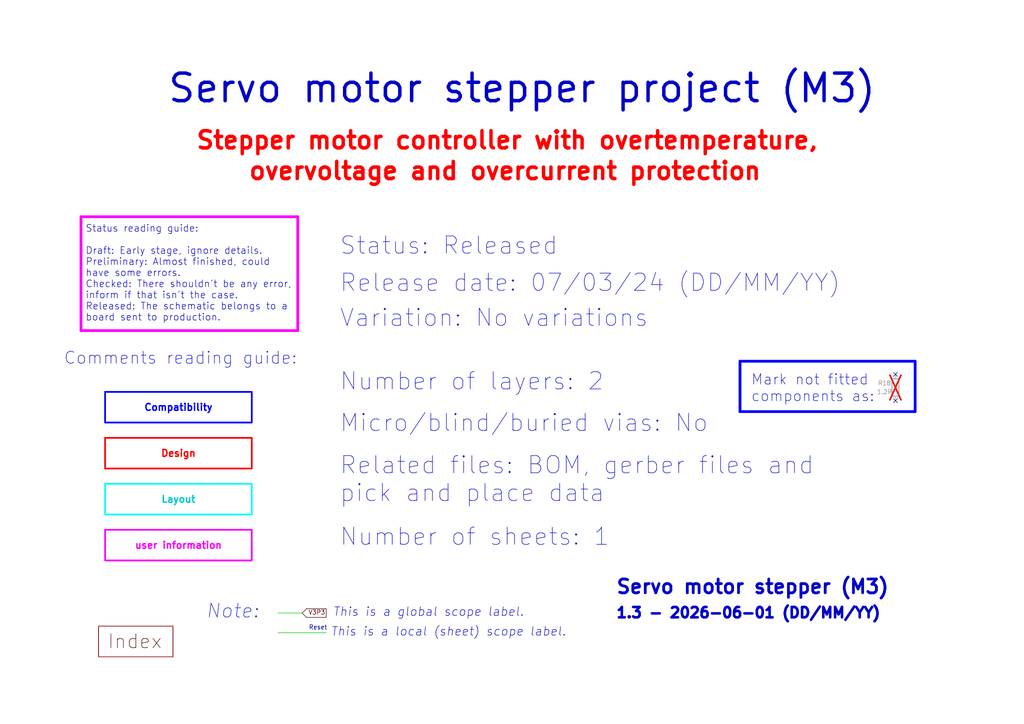
<source format=kicad_sch>
(kicad_sch (version 20231120) (generator "eeschema") (generator_version "8.0")
  (paper "A4")
  (title_block (title "Servo motor stepper - M3  project") (date "2025-06-07") (rev "1.3"))
  (lib_symbols
    (symbol "Device:R" (pin_numbers hide) (pin_names (offset 0))
      (property "Reference" "R" (at 2.032 0 90))
      (property "Value" "R" (at 0 0 90))
      (symbol "R_0_1"
        (rectangle (start -1.016 -2.54) (end 1.016 2.54) (stroke (width 0.254)))
      )
      (symbol "R_1_1"
        (pin passive line (at 0 3.81 270) (length 1.27) (name "~") (number "1"))
        (pin passive line (at 0 -3.81 90) (length 1.27) (name "~") (number "2"))
      )
    )
  )
  (no_connect (at 259.715 108.585))
  (no_connect (at 259.715 116.205))
  (polyline (pts (xy 88.9 176.53) (xy 94.615 176.53)) (stroke (width 0) (color 72 0 0 1)))
  (polyline (pts (xy 214.63 104.775) (xy 265.43 104.775)) (stroke (width 0.8) (type solid) (color 0 0 255 1)))
  (polyline (pts (xy 23.495 95.885) (xy 23.495 62.865)) (stroke (width 0.8) (color 255 0 255 1)))
  (polyline (pts (xy 80.645 177.8) (xy 87.63 177.8)) (stroke (width 0) (color 0 194 0 1)))
  (polyline (pts (xy 87.63 177.8) (xy 88.9 179.07)) (stroke (width 0) (color 72 0 0 1)))
  (polyline (pts (xy 86.36 95.885) (xy 23.495 95.885)) (stroke (width 0.8) (color 255 0 255 1)))
  (polyline (pts (xy 265.43 119.38) (xy 214.63 119.38)) (stroke (width 0.8) (type solid) (color 0 0 255 1)))
  (polyline (pts (xy 265.43 104.775) (xy 265.43 119.38)) (stroke (width 0.8) (type solid) (color 0 0 255 1)))
  (polyline (pts (xy 88.9 179.07) (xy 94.615 179.07)) (stroke (width 0) (color 72 0 0 1)))
  (polyline (pts (xy 23.495 62.865) (xy 86.36 62.865)) (stroke (width 0.8) (color 255 0 255 1)))
  (polyline (pts (xy 80.645 183.515) (xy 94.615 183.515)) (stroke (width 0) (color 0 194 0 1)))
  (polyline (pts (xy 86.36 62.865) (xy 86.36 95.885)) (stroke (width 0.8) (color 255 0 255 1)))
  (polyline (pts (xy 94.615 176.53) (xy 94.615 179.07)) (stroke (width 0) (color 72 0 0 1)))
  (polyline (pts (xy 214.63 119.38) (xy 214.63 104.775)) (stroke (width 0.8) (type solid) (color 0 0 255 1)))
  (polyline (pts (xy 87.63 177.8) (xy 88.9 176.53)) (stroke (width 0) (color 72 0 0 1)))
  (text_box "Design" (at 30.48 127 0) (size 42.545 8.89) (stroke (width 0.5) (color 255 0 0 1)) (effects (font (size 2 2) (thickness 0.4) (bold yes))))
  (text_box "user information" (at 30.48 153.67 0) (size 42.545 8.89) (stroke (width 0.5) (color 255 0 255 1)) (effects (font (size 2 2) (thickness 0.4) (bold yes))))
  (text_box "Compatibility" (at 30.48 113.665 0) (size 42.545 8.89) (stroke (width 0.5) (color 0 0 255 1)) (effects (font (size 2 2) (thickness 0.4) (bold yes))))
  (text_box "Layout" (at 30.48 140.335 0) (size 42.545 8.89) (stroke (width 0.5) (color 0 255 255 1)) (effects (font (size 2 2) (thickness 0.4) (bold yes))))
  (text "Variation: No variations" (at 98.425 95.25 0) (effects (font (size 5 5)) (justify left bottom)))
  (text "${REVISION} - ${CURRENT_DATE} (DD/MM/YY)" (at 178.435 179.705 0) (effects (font (size 3 3) (thickness 0.8) (bold yes)) (justify left bottom)))
  (text "Status reading guide:\n\nDraft: Early stage, ignore details.\nPreliminary: Almost finished, could\nhave some errors.\nChecked: There shouldn't be any error,\ninform if that isn't the case.\nReleased: The schematic belongs to a \nboard sent to production." (at 24.765 93.345 0) (effects (font (size 2 2)) (justify left bottom)))
  (text "Servo motor stepper project (M3)" (at 48.26 30.48 0) (effects (font (size 8 8) (thickness 1) (bold yes)) (justify left bottom)))
  (text "This is a global scope label." (at 96.52 179.07 0) (effects (font (size 2.5 2.5) (italic yes)) (justify left bottom)))
  (text "Micro/blind/buried vias: No" (at 98.425 125.73 0) (effects (font (size 5 5)) (justify left bottom)))
  (text "Status: Released" (at 98.425 74.295 0) (effects (font (size 5 5)) (justify left bottom)))
  (text "Comments reading guide:" (at 18.415 106.045 0) (effects (font (size 3.5 3.5)) (justify left bottom)))
  (text "overvoltage and overcurrent protection" (at 71.755 52.705 0) (effects (font (size 5 5) (thickness 1) (bold yes)) (justify left bottom)))
  (text "Reset" (at 89.535 182.88 0) (effects (font (size 1.27 1.27)) (justify left bottom)))
  (text "Note:" (at 59.69 179.705 0) (effects (font (size 4 4) (italic yes)) (justify left bottom)))
  (text "Stepper motor controller with overtemperature," (at 56.515 43.815 0) (effects (font (size 5 5) (thickness 1) (bold yes)) (justify left bottom)))
  (text "Related files: BOM, gerber files and\npick and place data" (at 98.425 146.05 0) (effects (font (size 5 5)) (justify left bottom)))
  (text "Number of sheets: 1" (at 98.425 158.75 0) (effects (font (size 5 5)) (justify left bottom)))
  (text "This is a local (sheet) scope label." (at 95.885 184.785 0) (effects (font (size 2.5 2.5) (italic yes)) (justify left bottom)))
  (text "Index" (at 31.115 188.595 0) (effects (font (size 4 4)) (justify left bottom)))
  (text "Mark not fitted\ncomponents as:" (at 217.805 116.84 0) (effects (font (size 3 3)) (justify left bottom)))
  (text "Number of layers: 2" (at 98.425 113.665 0) (effects (font (size 5 5)) (justify left bottom)))
  (text "Release date: 07/03/24 (DD/MM/YY)" (at 98.425 85.09 0) (effects (font (size 5 5)) (justify left bottom)))
  (text "V3P3" (at 89.408 178.562 0) (effects (font (size 1.27 1.27)) (justify left bottom)))
  (text "Servo motor stepper (M3)" (at 178.435 172.72 0) (effects (font (size 4 4) (thickness 0.8) (bold yes)) (justify left bottom)))
  (symbol (lib_id "Device:R") (at 259.715 112.395 0) (unit 1) (exclude_from_sim yes) (in_bom no) (on_board no) (dnp yes)
    (property "Reference" "R18" (at 256.54 111.125 0))
    (property "Value" "1.2R" (at 256.54 113.665 0))
    (property "Footprint" "Resistor_SMD:R_0402_1005Metric" (effects (hide yes)))
  )
  (sheet (at 28.575 181.61) (size 21.59 8.89) (stroke (width 0.1524))
    (property "Sheetname" "index" (effects (hide yes)))
    (property "Sheetfile" "index.kicad_sch" (effects (hide yes)))
  )
)
</source>
